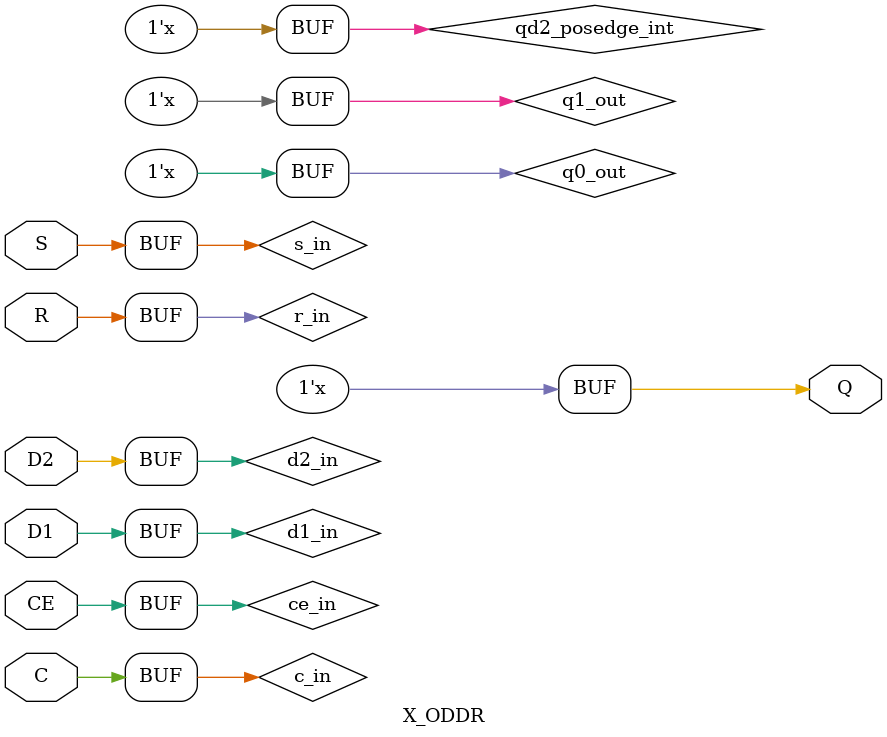
<source format=v>

`timescale 1 ps / 1 ps

module X_ODDR (Q, C, CE, D1, D2, R, S);
    
    output Q;
    
    input C;
    input CE;
    input D1;
    input D2;    
    input R;
    input S;

    parameter DDR_CLK_EDGE = "OPPOSITE_EDGE";    
    parameter INIT = 1'b0;
    parameter SRTYPE = "SYNC";
    parameter LOC = "UNPLACED";
    reg q0_out, qd2_posedge_int;    
    reg q1_out;    
    
    buf buf_c (c_in, C);
    buf buf_ce (ce_in, CE);
    buf buf_d1 (d1_in, D1);
    buf buf_d2 (d2_in, D2);    
    buf buf_r (r_in, R);
    buf buf_s (s_in, S);    

    always @(r_in or s_in) begin
      if (r_in == 1'b1 && SRTYPE == "ASYNC") begin
    q0_out <= 1'b0;
    q1_out <= 1'b0;
    qd2_posedge_int <= 1'b0;
      end
      else if (r_in == 1'b0 && s_in == 1'b1 && SRTYPE == "ASYNC") begin
            q0_out <= 1'b1;
            q1_out <= 1'b1;
        qd2_posedge_int <= 1'b1;
      end 
    end     

    always @(posedge c_in) begin
     if (r_in == 1'b1) begin
        q0_out <= 1'b0;
        qd2_posedge_int <= 1'b0;
    end
    else if (r_in == 1'b0 && s_in == 1'b1) begin
        q0_out <= 1'b1;
        qd2_posedge_int <= 1'b1;
    end
    else if (ce_in == 1'b1 && r_in == 1'b0 && s_in == 1'b0) begin
        q0_out <= d1_in;
        qd2_posedge_int <= d2_in;
    end
    end // always @ (posedge c_in)
    
    
    always @(negedge c_in) begin
    if (r_in == 1'b1)
        q1_out <= 1'b0;
    else if (r_in == 1'b0 && s_in == 1'b1)
        q1_out <= 1'b1;
    else if (ce_in == 1'b1 && r_in == 1'b0 && s_in == 1'b0) begin
        if (DDR_CLK_EDGE == "SAME_EDGE")
        q1_out <= qd2_posedge_int;
        else if (DDR_CLK_EDGE == "OPPOSITE_EDGE")
        q1_out <= d2_in;
    end
    end // always @ (negedge c_in)
    
assign Q = c_in ? q0_out : q1_out ;

endmodule // X_ODDR

</source>
